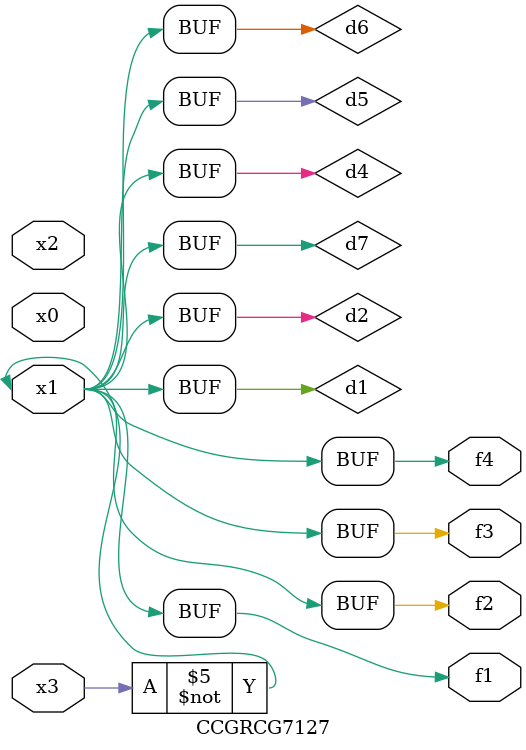
<source format=v>
module CCGRCG7127(
	input x0, x1, x2, x3,
	output f1, f2, f3, f4
);

	wire d1, d2, d3, d4, d5, d6, d7;

	not (d1, x3);
	buf (d2, x1);
	xnor (d3, d1, d2);
	nor (d4, d1);
	buf (d5, d1, d2);
	buf (d6, d4, d5);
	nand (d7, d4);
	assign f1 = d6;
	assign f2 = d7;
	assign f3 = d6;
	assign f4 = d6;
endmodule

</source>
